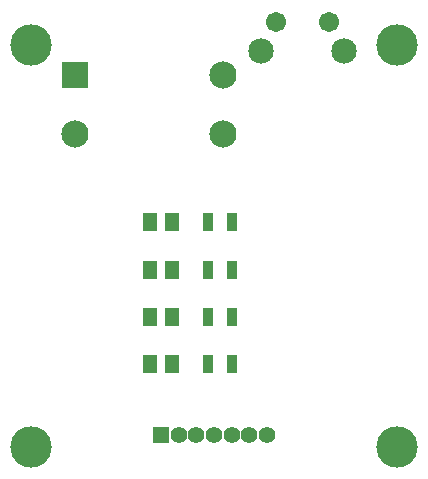
<source format=gbr>
G04 EAGLE Gerber RS-274X export*
G75*
%MOMM*%
%FSLAX34Y34*%
%LPD*%
%INSoldermask Top*%
%IPPOS*%
%AMOC8*
5,1,8,0,0,1.08239X$1,22.5*%
G01*
G04 Define Apertures*
%ADD10R,0.965000X1.565000*%
%ADD11R,1.234400X1.623400*%
%ADD12C,1.711200*%
%ADD13C,2.153200*%
%ADD14R,2.303200X2.303200*%
%ADD15C,2.303200*%
%ADD16R,1.411200X1.411200*%
%ADD17C,1.411200*%
%ADD18C,3.505200*%
D10*
X210250Y230000D03*
X189750Y230000D03*
X210250Y190000D03*
X189750Y190000D03*
X210250Y150000D03*
X189750Y150000D03*
X210250Y110000D03*
X189750Y110000D03*
D11*
X159195Y230000D03*
X140805Y230000D03*
X159195Y190000D03*
X140805Y190000D03*
X159195Y150000D03*
X140805Y150000D03*
X159195Y110000D03*
X140805Y110000D03*
D12*
X292500Y400000D03*
X247500Y400000D03*
D13*
X305000Y375000D03*
X235000Y375000D03*
D14*
X77500Y355000D03*
D15*
X202500Y355000D03*
X77500Y305000D03*
X202500Y305000D03*
D16*
X150000Y50000D03*
D17*
X165000Y50000D03*
X180000Y50000D03*
X195000Y50000D03*
X210000Y50000D03*
X225000Y50000D03*
X240000Y50000D03*
D18*
X40000Y380000D03*
X40000Y40000D03*
X350000Y380000D03*
X350000Y40000D03*
M02*

</source>
